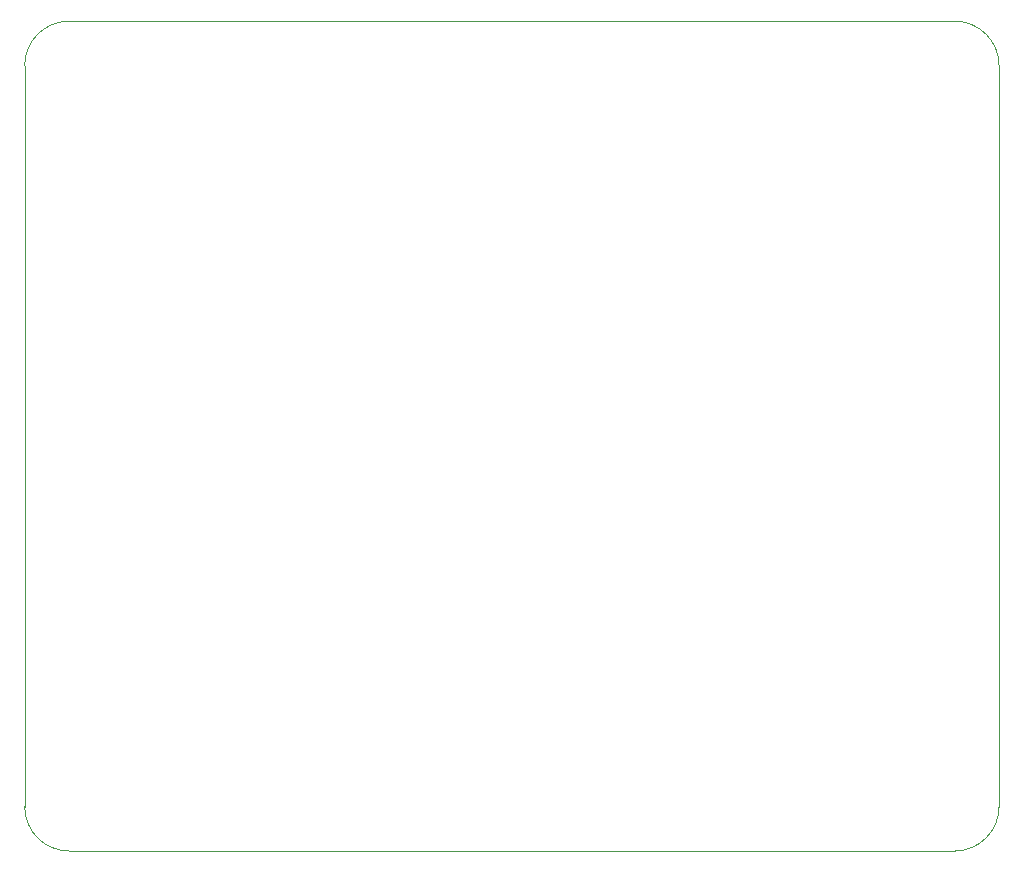
<source format=gbr>
%TF.GenerationSoftware,KiCad,Pcbnew,9.0.6*%
%TF.CreationDate,2026-01-10T12:25:54-06:00*%
%TF.ProjectId,TestBoard_PowerMuxPCB,54657374-426f-4617-9264-5f506f776572,rev?*%
%TF.SameCoordinates,Original*%
%TF.FileFunction,Profile,NP*%
%FSLAX46Y46*%
G04 Gerber Fmt 4.6, Leading zero omitted, Abs format (unit mm)*
G04 Created by KiCad (PCBNEW 9.0.6) date 2026-01-10 12:25:54*
%MOMM*%
%LPD*%
G01*
G04 APERTURE LIST*
%TA.AperFunction,Profile*%
%ADD10C,0.050000*%
%TD*%
G04 APERTURE END LIST*
D10*
X182500000Y-137250000D02*
X107500000Y-137250000D01*
X103750000Y-70750000D02*
G75*
G02*
X107500000Y-67000000I3750000J0D01*
G01*
X186250000Y-133500000D02*
G75*
G02*
X182500000Y-137250000I-3750000J0D01*
G01*
X103750000Y-133500000D02*
X103750000Y-70750000D01*
X107500000Y-67000000D02*
X182500000Y-67000000D01*
X107500000Y-137250000D02*
G75*
G02*
X103750000Y-133500000I0J3750000D01*
G01*
X182500000Y-67000000D02*
G75*
G02*
X186250000Y-70750000I0J-3750000D01*
G01*
X186250000Y-70750000D02*
X186250000Y-133500000D01*
M02*

</source>
